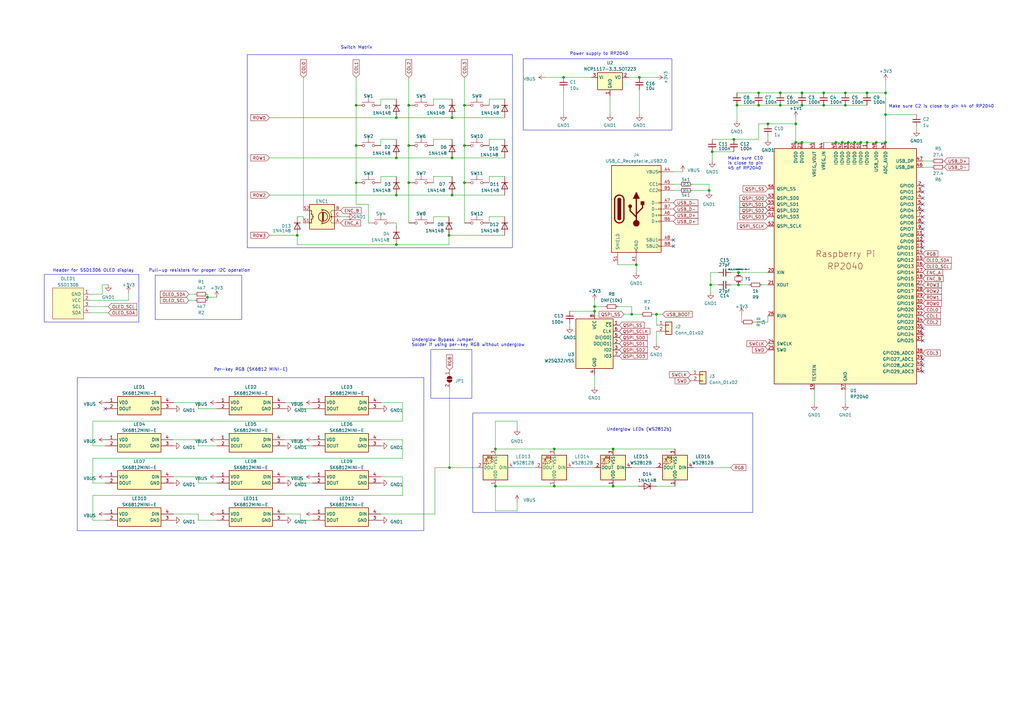
<source format=kicad_sch>
(kicad_sch (version 20230121) (generator eeschema)
  (paper "A3")
  (junction (at 243.84 127.635))
  (junction (at 290.83 78.105))
  (junction (at 342.9 58.42))
  (junction (at 231.14 31.75))
  (junction (at 121.92 96.52))
  (junction (at 355.6 58.42))
  (junction (at 328.93 43.18))
  (junction (at 259.08 128.905))
  (junction (at 314.96 50.8))
  (junction (at 251.46 199.39))
  (junction (at 146.05 59.69))
  (junction (at 190.5 59.69))
  (junction (at 185.42 48.26))
  (junction (at 167.64 43.18))
  (junction (at 260.985 108.585))
  (junction (at 185.42 80.01))
  (junction (at 346.71 38.1))
  (junction (at 243.84 125.73))
  (junction (at 203.2 184.15))
  (junction (at 203.2 199.39))
  (junction (at 363.22 38.1))
  (junction (at 190.5 43.18))
  (junction (at 185.42 64.77))
  (junction (at 184.15 96.52))
  (junction (at 347.98 58.42))
  (junction (at 359.41 58.42))
  (junction (at 363.22 58.42))
  (junction (at 355.6 38.1))
  (junction (at 337.82 43.18))
  (junction (at 184.3646 191.77))
  (junction (at 326.39 58.42))
  (junction (at 146.05 43.18))
  (junction (at 350.52 58.42))
  (junction (at 328.93 38.1))
  (junction (at 302.26 43.18))
  (junction (at 291.465 116.84))
  (junction (at 227.33 199.39))
  (junction (at 162.56 48.26))
  (junction (at 227.33 184.15))
  (junction (at 269.24 128.905))
  (junction (at 302.895 116.84))
  (junction (at 346.71 43.18))
  (junction (at 311.15 38.1))
  (junction (at 162.56 64.77))
  (junction (at 337.82 38.1))
  (junction (at 146.05 74.93))
  (junction (at 167.64 74.93))
  (junction (at 363.22 46.99))
  (junction (at 190.5 74.93))
  (junction (at 162.56 80.01))
  (junction (at 300.99 57.15))
  (junction (at 85.09 121.92))
  (junction (at 167.64 59.69))
  (junction (at 311.15 43.18))
  (junction (at 320.04 43.18))
  (junction (at 262.255 31.75))
  (junction (at 328.93 58.42))
  (junction (at 353.06 58.42))
  (junction (at 345.44 58.42))
  (junction (at 326.39 50.8))
  (junction (at 251.46 184.15))
  (junction (at 292.1 62.23))
  (junction (at 320.04 38.1))
  (junction (at 162.56 100.33))
  (junction (at 302.895 111.76))
  (no_connect (at 378.46 152.4))
  (no_connect (at 378.46 93.98))
  (no_connect (at 378.46 134.62))
  (no_connect (at 378.46 139.7))
  (no_connect (at 378.46 99.06))
  (no_connect (at 378.46 86.36))
  (no_connect (at 378.46 101.6))
  (no_connect (at 378.46 147.32))
  (no_connect (at 378.46 88.9))
  (no_connect (at 378.46 81.28))
  (no_connect (at 378.46 149.86))
  (no_connect (at 276.225 98.425))
  (no_connect (at 378.46 83.82))
  (no_connect (at 378.46 137.16))
  (no_connect (at 378.46 96.52))
  (no_connect (at 378.46 76.2))
  (no_connect (at 378.46 91.44))
  (no_connect (at 276.225 100.965))
  (no_connect (at 43.18 167.64))
  (no_connect (at 378.46 78.74))
  (wire (pts (xy 200.66 72.39) (xy 207.01 72.39)))
  (wire (pts (xy 36.83 125.73) (xy 44.45 125.73)))
  (wire (pts (xy 251.46 199.39) (xy 261.62 199.39)))
  (wire (pts (xy 337.82 43.18) (xy 346.71 43.18)))
  (wire (pts (xy 85.09 121.92) (xy 88.9 121.92)))
  (wire (pts (xy 190.5 59.69) (xy 190.5 74.93)))
  (wire (pts (xy 41.91 116.84) (xy 41.91 120.65)))
  (wire (pts (xy 267.97 128.905) (xy 269.24 128.905)))
  (wire (pts (xy 311.15 38.1) (xy 320.04 38.1)))
  (wire (pts (xy 210.82 191.77) (xy 219.71 191.77)))
  (wire (pts (xy 259.08 191.77) (xy 269.24 191.77)))
  (wire (pts (xy 81.28 165.1) (xy 71.12 165.1)))
  (wire (pts (xy 161.29 91.44) (xy 162.56 91.44)))
  (wire (pts (xy 255.905 128.905) (xy 259.08 128.905)))
  (wire (pts (xy 167.64 43.18) (xy 167.64 59.69)))
  (wire (pts (xy 309.245 132.08) (xy 314.96 132.08)))
  (wire (pts (xy 243.84 127.635) (xy 243.84 128.27)))
  (wire (pts (xy 346.71 43.18) (xy 355.6 43.18)))
  (wire (pts (xy 110.49 64.77) (xy 162.56 64.77)))
  (wire (pts (xy 156.21 195.58) (xy 165.1 195.58)))
  (wire (pts (xy 346.71 165.735) (xy 346.71 160.02)))
  (wire (pts (xy 177.8 74.93) (xy 177.8 72.39)))
  (wire (pts (xy 359.41 58.42) (xy 363.22 58.42)))
  (wire (pts (xy 346.71 38.1) (xy 355.6 38.1)))
  (wire (pts (xy 203.2 184.15) (xy 227.33 184.15)))
  (wire (pts (xy 253.365 125.73) (xy 259.08 125.73)))
  (wire (pts (xy 269.24 128.905) (xy 271.78 128.905)))
  (wire (pts (xy 345.44 58.42) (xy 347.98 58.42)))
  (wire (pts (xy 363.22 46.99) (xy 363.22 58.42)))
  (wire (pts (xy 207.01 88.9) (xy 200.66 88.9)))
  (wire (pts (xy 212.09 172.72) (xy 203.2 172.72)))
  (wire (pts (xy 184.3646 190.5) (xy 184.3698 190.5)))
  (wire (pts (xy 123.19 210.82) (xy 123.19 213.36)))
  (wire (pts (xy 328.93 58.42) (xy 334.01 58.42)))
  (wire (pts (xy 320.04 38.1) (xy 328.93 38.1)))
  (wire (pts (xy 203.2 172.72) (xy 203.2 184.15)))
  (wire (pts (xy 110.49 96.52) (xy 121.92 96.52)))
  (wire (pts (xy 291.465 116.84) (xy 291.465 120.015)))
  (wire (pts (xy 81.28 198.12) (xy 88.9 198.12)))
  (wire (pts (xy 81.28 180.34) (xy 81.28 182.88)))
  (wire (pts (xy 292.1 62.23) (xy 300.99 62.23)))
  (wire (pts (xy 223.52 31.75) (xy 231.14 31.75)))
  (wire (pts (xy 38.1 203.2) (xy 165.1 203.2)))
  (wire (pts (xy 251.46 184.15) (xy 276.86 184.15)))
  (wire (pts (xy 177.8 57.15) (xy 177.8 59.69)))
  (wire (pts (xy 121.92 100.33) (xy 121.92 96.52)))
  (wire (pts (xy 71.12 210.82) (xy 81.28 210.82)))
  (wire (pts (xy 234.95 191.77) (xy 243.84 191.77)))
  (wire (pts (xy 378.46 68.58) (xy 382.27 68.58)))
  (wire (pts (xy 178.3849 210.82) (xy 156.21 210.82)))
  (wire (pts (xy 269.24 199.39) (xy 276.86 199.39)))
  (wire (pts (xy 243.84 125.73) (xy 248.285 125.73)))
  (wire (pts (xy 85.09 120.65) (xy 85.09 121.92)))
  (wire (pts (xy 259.08 125.73) (xy 259.08 128.905)))
  (wire (pts (xy 88.9 167.64) (xy 81.28 167.64)))
  (wire (pts (xy 124.46 31.75) (xy 124.46 86.36)))
  (wire (pts (xy 123.19 198.12) (xy 128.27 198.12)))
  (wire (pts (xy 123.19 167.64) (xy 123.19 165.1)))
  (wire (pts (xy 156.21 165.1) (xy 165.1 165.1)))
  (wire (pts (xy 283.845 78.105) (xy 290.83 78.105)))
  (wire (pts (xy 302.26 38.1) (xy 311.15 38.1)))
  (wire (pts (xy 243.84 125.73) (xy 243.84 127.635)))
  (wire (pts (xy 320.04 43.18) (xy 328.93 43.18)))
  (wire (pts (xy 85.09 121.92) (xy 85.09 123.19)))
  (wire (pts (xy 363.22 46.99) (xy 375.92 46.99)))
  (wire (pts (xy 123.19 165.1) (xy 116.84 165.1)))
  (wire (pts (xy 184.3646 191.77) (xy 195.58 191.77)))
  (wire (pts (xy 146.05 31.75) (xy 146.05 43.18)))
  (wire (pts (xy 116.84 210.82) (xy 123.19 210.82)))
  (wire (pts (xy 162.56 80.01) (xy 185.42 80.01)))
  (wire (pts (xy 110.49 48.26) (xy 162.56 48.26)))
  (wire (pts (xy 291.465 111.76) (xy 291.465 116.84)))
  (wire (pts (xy 38.1 187.96) (xy 38.1 198.12)))
  (wire (pts (xy 178.3849 191.77) (xy 184.3646 191.77)))
  (wire (pts (xy 337.82 38.1) (xy 346.71 38.1)))
  (wire (pts (xy 276.225 75.565) (xy 278.765 75.565)))
  (wire (pts (xy 124.46 88.9) (xy 124.46 91.44)))
  (wire (pts (xy 167.64 74.93) (xy 167.64 91.44)))
  (wire (pts (xy 190.5 31.75) (xy 190.5 43.18)))
  (wire (pts (xy 250.19 39.37) (xy 250.19 46.99)))
  (wire (pts (xy 38.1 172.72) (xy 165.1 172.72)))
  (wire (pts (xy 52.705 120.015) (xy 52.705 123.19)))
  (wire (pts (xy 151.13 83.82) (xy 151.13 91.44)))
  (wire (pts (xy 299.72 191.77) (xy 284.48 191.77)))
  (wire (pts (xy 71.12 180.34) (xy 81.28 180.34)))
  (wire (pts (xy 355.6 58.42) (xy 359.41 58.42)))
  (wire (pts (xy 314.96 50.8) (xy 326.39 50.8)))
  (wire (pts (xy 280.035 70.485) (xy 276.225 70.485)))
  (wire (pts (xy 299.72 116.84) (xy 302.895 116.84)))
  (wire (pts (xy 165.1 180.34) (xy 165.1 187.96)))
  (wire (pts (xy 294.64 116.84) (xy 291.465 116.84)))
  (wire (pts (xy 227.33 184.15) (xy 251.46 184.15)))
  (wire (pts (xy 162.56 57.15) (xy 156.21 57.15)))
  (wire (pts (xy 190.5 74.93) (xy 190.5 91.44)))
  (wire (pts (xy 165.1 172.72) (xy 165.1 165.1)))
  (wire (pts (xy 328.93 43.18) (xy 337.82 43.18)))
  (wire (pts (xy 243.84 123.19) (xy 243.84 125.73)))
  (wire (pts (xy 162.56 64.77) (xy 185.42 64.77)))
  (wire (pts (xy 314.96 50.8) (xy 311.15 50.8)))
  (wire (pts (xy 302.895 111.76) (xy 314.96 111.76)))
  (wire (pts (xy 156.21 180.34) (xy 165.1 180.34)))
  (wire (pts (xy 283.845 75.565) (xy 290.83 75.565)))
  (wire (pts (xy 165.1 187.96) (xy 38.1 187.96)))
  (wire (pts (xy 162.56 91.44) (xy 162.56 92.71)))
  (wire (pts (xy 262.255 36.83) (xy 262.255 46.99)))
  (wire (pts (xy 36.83 128.27) (xy 44.45 128.27)))
  (wire (pts (xy 200.66 74.93) (xy 200.66 72.39)))
  (wire (pts (xy 302.26 43.18) (xy 311.15 43.18)))
  (wire (pts (xy 38.1 182.88) (xy 38.1 172.72)))
  (wire (pts (xy 124.46 88.9) (xy 121.92 88.9)))
  (wire (pts (xy 156.21 40.64) (xy 156.21 43.18)))
  (wire (pts (xy 146.05 43.18) (xy 146.05 59.69)))
  (wire (pts (xy 200.66 40.64) (xy 200.66 43.18)))
  (wire (pts (xy 167.64 31.75) (xy 167.64 43.18)))
  (wire (pts (xy 116.84 180.34) (xy 123.19 180.34)))
  (wire (pts (xy 290.83 75.565) (xy 290.83 78.105)))
  (wire (pts (xy 116.84 195.58) (xy 123.19 195.58)))
  (wire (pts (xy 314.96 55.88) (xy 314.96 57.15)))
  (wire (pts (xy 38.1 198.12) (xy 43.18 198.12)))
  (wire (pts (xy 184.15 100.33) (xy 162.56 100.33)))
  (wire (pts (xy 165.1 203.2) (xy 165.1 195.58)))
  (wire (pts (xy 207.01 57.15) (xy 200.66 57.15)))
  (wire (pts (xy 253.365 108.585) (xy 260.985 108.585)))
  (wire (pts (xy 328.93 38.1) (xy 337.82 38.1)))
  (wire (pts (xy 299.72 111.76) (xy 302.895 111.76)))
  (wire (pts (xy 375.92 53.34) (xy 375.92 52.07)))
  (wire (pts (xy 81.28 213.36) (xy 88.9 213.36)))
  (wire (pts (xy 207.01 40.64) (xy 200.66 40.64)))
  (wire (pts (xy 259.08 128.905) (xy 262.89 128.905)))
  (wire (pts (xy 184.15 96.52) (xy 184.15 100.33)))
  (wire (pts (xy 227.33 199.39) (xy 251.46 199.39)))
  (wire (pts (xy 184.3698 190.5) (xy 184.3698 159.3667)))
  (wire (pts (xy 200.66 57.15) (xy 200.66 59.69)))
  (wire (pts (xy 185.42 40.64) (xy 177.8 40.64)))
  (wire (pts (xy 257.81 31.75) (xy 262.255 31.75)))
  (wire (pts (xy 71.12 195.58) (xy 81.28 195.58)))
  (wire (pts (xy 185.42 48.26) (xy 207.01 48.26)))
  (wire (pts (xy 123.19 182.88) (xy 128.27 182.88)))
  (wire (pts (xy 212.09 209.55) (xy 212.09 205.74)))
  (wire (pts (xy 38.1 213.36) (xy 38.1 203.2)))
  (wire (pts (xy 146.05 83.82) (xy 146.05 74.93)))
  (wire (pts (xy 326.39 50.8) (xy 326.39 58.42)))
  (wire (pts (xy 334.01 165.735) (xy 334.01 160.02)))
  (wire (pts (xy 302.895 116.84) (xy 307.34 116.84)))
  (wire (pts (xy 77.47 120.65) (xy 80.01 120.65)))
  (wire (pts (xy 326.39 58.42) (xy 328.93 58.42)))
  (wire (pts (xy 302.26 43.18) (xy 302.26 49.53)))
  (wire (pts (xy 292.1 57.15) (xy 300.99 57.15)))
  (wire (pts (xy 184.15 96.52) (xy 207.01 96.52)))
  (wire (pts (xy 290.83 78.105) (xy 290.83 78.74)))
  (wire (pts (xy 203.2 199.39) (xy 227.33 199.39)))
  (wire (pts (xy 156.21 72.39) (xy 162.56 72.39)))
  (wire (pts (xy 304.165 128.905) (xy 304.165 132.08)))
  (wire (pts (xy 52.705 123.19) (xy 36.83 123.19)))
  (wire (pts (xy 262.255 31.75) (xy 269.24 31.75)))
  (wire (pts (xy 184.3646 190.5) (xy 184.3646 191.77)))
  (wire (pts (xy 123.19 213.36) (xy 128.27 213.36)))
  (wire (pts (xy 177.8 88.9) (xy 177.8 91.44)))
  (wire (pts (xy 276.225 78.105) (xy 278.765 78.105)))
  (wire (pts (xy 43.18 213.36) (xy 38.1 213.36)))
  (wire (pts (xy 314.96 132.08) (xy 314.96 129.54)))
  (wire (pts (xy 231.14 36.83) (xy 231.14 46.99)))
  (wire (pts (xy 347.98 58.42) (xy 350.52 58.42)))
  (wire (pts (xy 203.2 209.55) (xy 212.09 209.55)))
  (wire (pts (xy 81.28 167.64) (xy 81.28 165.1)))
  (wire (pts (xy 77.47 123.19) (xy 80.01 123.19)))
  (wire (pts (xy 378.46 66.04) (xy 382.27 66.04)))
  (wire (pts (xy 353.06 58.42) (xy 355.6 58.42)))
  (wire (pts (xy 123.19 195.58) (xy 123.19 198.12)))
  (wire (pts (xy 243.84 153.67) (xy 243.84 158.75)))
  (wire (pts (xy 178.3849 191.77) (xy 178.3849 210.82)))
  (wire (pts (xy 184.15 88.9) (xy 177.8 88.9)))
  (wire (pts (xy 185.42 64.77) (xy 207.01 64.77)))
  (wire (pts (xy 177.8 40.64) (xy 177.8 43.18)))
  (wire (pts (xy 200.66 88.9) (xy 200.66 91.44)))
  (wire (pts (xy 326.39 48.26) (xy 326.39 50.8)))
  (wire (pts (xy 139.7 88.9) (xy 142.24 88.9)))
  (wire (pts (xy 41.91 116.84) (xy 44.45 116.84)))
  (wire (pts (xy 123.19 180.34) (xy 123.19 182.88)))
  (wire (pts (xy 128.27 167.64) (xy 123.19 167.64)))
  (wire (pts (xy 350.52 58.42) (xy 353.06 58.42)))
  (wire (pts (xy 311.15 50.8) (xy 311.15 57.15)))
  (wire (pts (xy 292.1 62.23) (xy 292.1 66.04)))
  (wire (pts (xy 146.05 59.69) (xy 146.05 74.93)))
  (wire (pts (xy 243.84 127.635) (xy 233.68 127.635)))
  (wire (pts (xy 311.15 57.15) (xy 300.99 57.15)))
  (wire (pts (xy 260.985 111.76) (xy 260.985 108.585)))
  (wire (pts (xy 43.18 182.88) (xy 38.1 182.88)))
  (wire (pts (xy 312.42 116.84) (xy 314.96 116.84)))
  (wire (pts (xy 233.68 133.985) (xy 233.68 132.715)))
  (wire (pts (xy 81.28 182.88) (xy 88.9 182.88)))
  (wire (pts (xy 337.82 58.42) (xy 342.9 58.42)))
  (wire (pts (xy 294.64 111.76) (xy 291.465 111.76)))
  (wire (pts (xy 81.28 195.58) (xy 81.28 198.12)))
  (wire (pts (xy 41.91 120.65) (xy 36.83 120.65)))
  (wire (pts (xy 355.6 38.1) (xy 363.22 38.1)))
  (wire (pts (xy 203.2 199.39) (xy 203.2 209.55)))
  (wire (pts (xy 156.21 57.15) (xy 156.21 59.69)))
  (wire (pts (xy 162.56 100.33) (xy 121.92 100.33)))
  (wire (pts (xy 151.13 83.82) (xy 146.05 83.82)))
  (wire (pts (xy 110.49 80.01) (xy 162.56 80.01)))
  (wire (pts (xy 212.09 175.895) (xy 212.09 172.72)))
  (wire (pts (xy 185.42 57.15) (xy 177.8 57.15)))
  (wire (pts (xy 342.9 58.42) (xy 345.44 58.42)))
  (wire (pts (xy 311.15 43.18) (xy 320.04 43.18)))
  (wire (pts (xy 167.64 59.69) (xy 167.64 74.93)))
  (wire (pts (xy 363.22 38.1) (xy 363.22 46.99)))
  (wire (pts (xy 269.24 128.905) (xy 269.24 133.35)))
  (wire (pts (xy 156.21 74.93) (xy 156.21 72.39)))
  (wire (pts (xy 231.14 31.75) (xy 242.57 31.75)))
  (wire (pts (xy 177.8 72.39) (xy 185.42 72.39)))
  (wire (pts (xy 269.24 135.89) (xy 269.24 140.97)))
  (wire (pts (xy 363.22 33.02) (xy 363.22 38.1)))
  (wire (pts (xy 190.5 43.18) (xy 190.5 59.69)))
  (wire (pts (xy 162.56 48.26) (xy 185.42 48.26)))
  (wire (pts (xy 81.28 210.82) (xy 81.28 213.36)))
  (wire (pts (xy 162.56 40.64) (xy 156.21 40.64)))
  (wire (pts (xy 185.42 80.01) (xy 207.01 80.01)))
  (rectangle (start 101.4302 22.3941) (end 210.1935 101.6196))
  (rectangle (start 193.9234 169.385) (end 308.7747 210.1985))
  (rectangle (start 18.1125 112.566) (end 56.9653 132.0876))
  (rectangle (start 31.6812 154.881) (end 173.854 217.6192))
  (rectangle (start 214.63 24.13) (end 275.59 53.34))
  (rectangle (start 63.6313 112.8517) (end 99.1511 131.0401))
  (rectangle (start 176.714 143.3324) (end 193.5503 163.3099))
  (text "Switch Matrix\n" (at 139.7 20.32 0) (effects (font (size 1.27 1.27)) (justify left bottom)))
  (text "Per-key RGB (SK6812 MINI-E)" (at 87.63 152.4 0) (effects (font (size 1.27 1.27)) (justify left bottom)))
  (text "Underglow LEDs (WS2812b)" (at 248.735 176.9743 0) (effects (font (size 1.27 1.27)) (justify left bottom)))
  (text "Pull-up resistors for proper I2C operation" (at 60.96 111.76 0) (effects (font (size 1.27 1.27)) (justify left bottom)))
  (text "Make sure C10\nis close to pin\n45 of RP2040" (at 298.45 69.85 0) (effects (font (size 1.27 1.27)) (justify left bottom)))
  (text "Underglow Bypass Jumper\nSolder if using per-key RGB without underglow" (at 168.7962 142.2924 0) (effects (font (size 1.27 1.27)) (justify left bottom)))
  (text "Make sure C2 is close to pin 44 of RP2040" (at 364.49 44.45 0) (effects (font (size 1.27 1.27)) (justify left bottom)))
  (text "Header for SSD1306 OLED display" (at 21.59 111.76 0) (effects (font (size 1.27 1.27)) (justify left bottom)))
  (text "Power supply to RP2040\n" (at 233.68 22.86 0) (effects (font (size 1.27 1.27)) (justify left bottom)))
  (global_label "COL1" (shape input) (at 146.05 31.75 90) (property "Intersheetrefs" "${INTERSHEET_REFS}" (effects hide)))
  (global_label "ENC_A" (shape input) (at 378.46 111.76 0) (property "Intersheetrefs" "${INTERSHEET_REFS}" (effects hide)))
  (global_label "QSPI_SD3" (shape input) (at 314.96 88.9 180) (property "Intersheetrefs" "${INTERSHEET_REFS}" (effects hide)))
  (global_label "COL2" (shape input) (at 378.46 132.08 0) (property "Intersheetrefs" "${INTERSHEET_REFS}" (effects hide)))
  (global_label "QSPI_SD2" (shape input) (at 314.96 86.36 180) (property "Intersheetrefs" "${INTERSHEET_REFS}" (effects hide)))
  (global_label "USB_D+" (shape input) (at 387.35 66.04 0) (property "Intersheetrefs" "${INTERSHEET_REFS}" (effects hide)))
  (global_label "QSPI_SCLK" (shape input) (at 314.96 92.71 180) (property "Intersheetrefs" "${INTERSHEET_REFS}" (effects hide)))
  (global_label "USB_D-" (shape input) (at 276.225 83.185 0) (property "Intersheetrefs" "${INTERSHEET_REFS}" (effects hide)))
  (global_label "ROW2" (shape input) (at 378.46 119.38 0) (property "Intersheetrefs" "${INTERSHEET_REFS}" (effects hide)))
  (global_label "COL3" (shape input) (at 190.5 31.75 90) (property "Intersheetrefs" "${INTERSHEET_REFS}" (effects hide)))
  (global_label "RGB" (shape input) (at 184.3698 151.7467 90) (property "Intersheetrefs" "${INTERSHEET_REFS}" (effects hide)))
  (global_label "ENC_A" (shape input) (at 139.7 91.44 0) (property "Intersheetrefs" "${INTERSHEET_REFS}" (effects hide)))
  (global_label "QSPI_SS" (shape input) (at 314.96 77.47 180) (property "Intersheetrefs" "${INTERSHEET_REFS}" (effects hide)))
  (global_label "USB_D+" (shape input) (at 276.225 88.265 0) (property "Intersheetrefs" "${INTERSHEET_REFS}" (effects hide)))
  (global_label "ENC_B" (shape input) (at 139.7 86.36 0) (property "Intersheetrefs" "${INTERSHEET_REFS}" (effects hide)))
  (global_label "COL0" (shape input) (at 378.46 127 0) (property "Intersheetrefs" "${INTERSHEET_REFS}" (effects hide)))
  (global_label "QSPI_SD2" (shape input) (at 254 143.51 0) (property "Intersheetrefs" "${INTERSHEET_REFS}" (effects hide)))
  (global_label "ROW1" (shape input) (at 378.46 121.92 0) (property "Intersheetrefs" "${INTERSHEET_REFS}" (effects hide)))
  (global_label "SWD" (shape input) (at 314.96 143.51 180) (property "Intersheetrefs" "${INTERSHEET_REFS}" (effects hide)))
  (global_label "SWD" (shape input) (at 283.21 156.21 180) (property "Intersheetrefs" "${INTERSHEET_REFS}" (effects hide)))
  (global_label "QSPI_SS" (shape input) (at 254 133.35 0) (property "Intersheetrefs" "${INTERSHEET_REFS}" (effects hide)))
  (global_label "OLED_SCL" (shape input) (at 44.45 125.73 0) (property "Intersheetrefs" "${INTERSHEET_REFS}" (effects hide)))
  (global_label "ROW0" (shape input) (at 378.46 124.46 0) (property "Intersheetrefs" "${INTERSHEET_REFS}" (effects hide)))
  (global_label "COL0" (shape input) (at 124.46 31.75 90) (property "Intersheetrefs" "${INTERSHEET_REFS}" (effects hide)))
  (global_label "QSPI_SD1" (shape input) (at 254 140.97 0) (property "Intersheetrefs" "${INTERSHEET_REFS}" (effects hide)))
  (global_label "QSPI_SD0" (shape input) (at 314.96 81.28 180) (property "Intersheetrefs" "${INTERSHEET_REFS}" (effects hide)))
  (global_label "RGB" (shape input) (at 299.72 191.77 0) (property "Intersheetrefs" "${INTERSHEET_REFS}" (effects hide)))
  (global_label "OLED_SDA" (shape input) (at 378.46 106.68 0) (property "Intersheetrefs" "${INTERSHEET_REFS}" (effects hide)))
  (global_label "ENC_B" (shape input) (at 378.46 114.3 0) (property "Intersheetrefs" "${INTERSHEET_REFS}" (effects hide)))
  (global_label "ROW2" (shape input) (at 110.49 80.01 180) (property "Intersheetrefs" "${INTERSHEET_REFS}" (effects hide)))
  (global_label "QSPI_SCLK" (shape input) (at 254 135.89 0) (property "Intersheetrefs" "${INTERSHEET_REFS}" (effects hide)))
  (global_label "SWCLK" (shape input) (at 314.96 140.97 180) (property "Intersheetrefs" "${INTERSHEET_REFS}" (effects hide)))
  (global_label "OLED_SCL" (shape input) (at 77.47 123.19 180) (property "Intersheetrefs" "${INTERSHEET_REFS}" (effects hide)))
  (global_label "OLED_SDA" (shape input) (at 44.45 128.27 0) (property "Intersheetrefs" "${INTERSHEET_REFS}" (effects hide)))
  (global_label "COL3" (shape input) (at 378.46 144.78 0) (property "Intersheetrefs" "${INTERSHEET_REFS}" (effects hide)))
  (global_label "QSPI_SS" (shape input) (at 255.905 128.905 180) (property "Intersheetrefs" "${INTERSHEET_REFS}" (effects hide)))
  (global_label "RGB" (shape input) (at 378.46 104.14 0) (property "Intersheetrefs" "${INTERSHEET_REFS}" (effects hide)))
  (global_label "QSPI_SD1" (shape input) (at 314.96 83.82 180) (property "Intersheetrefs" "${INTERSHEET_REFS}" (effects hide)))
  (global_label "COL2" (shape input) (at 167.64 31.75 90) (property "Intersheetrefs" "${INTERSHEET_REFS}" (effects hide)))
  (global_label "USB_D-" (shape input) (at 276.225 85.725 0) (property "Intersheetrefs" "${INTERSHEET_REFS}" (effects hide)))
  (global_label "ROW1" (shape input) (at 110.49 64.77 180) (property "Intersheetrefs" "${INTERSHEET_REFS}" (effects hide)))
  (global_label "ROW0" (shape input) (at 110.49 48.26 180) (property "Intersheetrefs" "${INTERSHEET_REFS}" (effects hide)))
  (global_label "ROW3" (shape input) (at 110.49 96.52 180) (property "Intersheetrefs" "${INTERSHEET_REFS}" (effects hide)))
  (global_label "SWCLK" (shape input) (at 283.21 153.67 180) (property "Intersheetrefs" "${INTERSHEET_REFS}" (effects hide)))
  (global_label "OLED_SDA" (shape input) (at 77.47 120.65 180) (property "Intersheetrefs" "${INTERSHEET_REFS}" (effects hide)))
  (global_label "COL1" (shape input) (at 378.46 129.54 0) (property "Intersheetrefs" "${INTERSHEET_REFS}" (effects hide)))
  (global_label "USB_D-" (shape input) (at 387.35 68.58 0) (property "Intersheetrefs" "${INTERSHEET_REFS}" (effects hide)))
  (global_label "ROW3" (shape input) (at 378.46 116.84 0) (property "Intersheetrefs" "${INTERSHEET_REFS}" (effects hide)))
  (global_label "USB_BOOT" (shape input) (at 271.78 128.905 0) (property "Intersheetrefs" "${INTERSHEET_REFS}" (effects hide)))
  (global_label "USB_D+" (shape input) (at 276.225 90.805 0) (property "Intersheetrefs" "${INTERSHEET_REFS}" (effects hide)))
  (global_label "OLED_SCL" (shape input) (at 378.46 109.22 0) (property "Intersheetrefs" "${INTERSHEET_REFS}" (effects hide)))
  (global_label "QSPI_SD3" (shape input) (at 254 146.05 0) (property "Intersheetrefs" "${INTERSHEET_REFS}" (effects hide)))
  (global_label "QSPI_SD0" (shape input) (at 254 138.43 0) (property "Intersheetrefs" "${INTERSHEET_REFS}" (effects hide)))
  (symbol (lib_id "power:+1V1") (at 326.39 48.26 0) (unit 1)
    (property "Reference" "#PWR015" (effects hide))
    (property "Value" "+1V1" (at 326.39 44.45 0))
  )
  (symbol (lib_id "LED:WS2812B") (at 251.46 191.77 180) (unit 1)
    (property "Reference" "LED15" (at 262.89 187.2741 0))
    (property "Value" "WS2812B" (at 262.89 189.8141 0))
    (property "Footprint" "Keebio-Parts:WS2812B" (effects hide))
    (property "Datasheet" "https://cdn-shop.adafruit.com/datasheets/WS2812B.pdf" (effects hide))
  )
  (symbol (lib_id "power:VBUS") (at 280.035 70.485 0) (unit 1)
    (property "Reference" "#PWR010" (effects hide))
    (property "Value" "VBUS" (at 281.94 69.85 0) (effects (justify left)))
  )
  (symbol (lib_id "Diode:1N4148") (at 207.01 60.96 90) (mirror x) (unit 1)
    (property "Reference" "D10" (at 204.47 60.96 90) (effects (justify left)))
    (property "Value" "1N4148" (at 204.47 63.5 90) (effects (justify left)))
    (property "Footprint" "Keebio-Parts:Diode-Hybrid-Back" (effects hide))
    (property "Datasheet" "https://assets.nexperia.com/documents/data-sheet/1N4148_1N4448.pdf" (effects hide))
    (property "Sim.Device" "D" (effects hide))
    (property "Sim.Pins" "1=K 2=A" (effects hide))
  )
  (symbol (lib_id "power:VBUS") (at 43.18 165.1 90) (unit 1)
    (property "Reference" "#PWR031" (effects hide))
    (property "Value" "VBUS" (at 39.37 165.735 90) (effects (justify left)))
  )
  (symbol (lib_id "SK6812MINI-E:SK6812MINI-E") (at 88.9 165.1 0) (unit 1)
    (property "Reference" "LED2" (at 102.87 158.75 0))
    (property "Value" "SK6812MINI-E" (at 102.87 161.29 0))
    (property "Footprint" "Keebio-Parts:SK6812-MINI-E" (effects hide))
    (property "Datasheet" "http://yushakobo.jp/ds/YS-SK6812MINI-E.pdf" (effects hide))
    (property "Height" "1.88" (effects hide))
    (property "Manufacturer_Name" "Yellow Stone Corp." (effects hide))
    (property "Manufacturer_Part_Number" "SK6812MINI-E" (effects hide))
  )
  (symbol (lib_id "power:GND1") (at 116.84 213.36 90) (unit 1)
    (property "Reference" "#PWR049" (effects hide))
    (property "Value" "GND1" (at 120.65 213.995 90) (effects (justify right)))
  )
  (symbol (lib_id "power:GND1") (at 231.14 46.99 0) (unit 1)
    (property "Reference" "#PWR043" (effects hide))
    (property "Value" "GND1" (at 231.14 51.435 0))
  )
  (symbol (lib_id "power:GND1") (at 71.12 182.88 90) (unit 1)
    (property "Reference" "#PWR046" (effects hide))
    (property "Value" "GND1" (at 74.93 183.515 90) (effects (justify right)))
  )
  (symbol (lib_id "power:VBUS") (at 43.18 195.58 90) (unit 1)
    (property "Reference" "#PWR029" (effects hide))
    (property "Value" "VBUS" (at 39.37 196.215 90) (effects (justify left)))
  )
  (symbol (lib_id "Device:R_Small") (at 281.305 75.565 90) (unit 1)
    (property "Reference" "R3" (at 281.305 75.565 90))
    (property "Value" "5k1" (at 281.305 73.66 90))
    (property "Footprint" "Resistor_SMD:R_0805_2012Metric" (effects hide))
  )
  (symbol (lib_id "power:GND1") (at 116.84 198.12 90) (unit 1)
    (property "Reference" "#PWR07" (effects hide))
    (property "Value" "GND1" (at 120.65 198.755 90) (effects (justify right)))
  )
  (symbol (lib_id "power:GND1") (at 156.21 198.12 90) (unit 1)
    (property "Reference" "#PWR051" (effects hide))
    (property "Value" "GND1" (at 160.02 198.755 90) (effects (justify right)))
  )
  (symbol (lib_id "power:+3V3") (at 52.705 120.015 0) (unit 1)
    (property "Reference" "#PWR06" (effects hide))
    (property "Value" "+3V3" (at 52.705 116.84 0))
  )
  (symbol (lib_id "Device:C_Small") (at 297.18 116.84 90) (mirror x) (unit 1)
    (property "Reference" "C14" (at 297.18 121.285 90))
    (property "Value" "27pF" (at 297.18 119.38 90))
    (property "Footprint" "Capacitor_SMD:C_0402_1005Metric" (effects hide))
  )
  (symbol (lib_id "power:GND1") (at 346.71 165.735 0) (unit 1)
    (property "Reference" "#PWR023" (effects hide))
    (property "Value" "GND1" (at 346.71 170.18 0))
  )
  (symbol (lib_id "power:GND1") (at 243.84 158.75 0) (unit 1)
    (property "Reference" "#PWR019" (effects hide))
    (property "Value" "GND1" (at 243.84 163.195 0))
  )
  (symbol (lib_id "power:VBUS") (at 128.27 180.34 90) (unit 1)
    (property "Reference" "#PWR034" (effects hide))
    (property "Value" "VBUS" (at 124.46 180.975 90) (effects (justify left)))
  )
  (symbol (lib_id "Device:C_Small") (at 297.18 111.76 90) (mirror x) (unit 1)
    (property "Reference" "C15" (at 297.18 106.68 90))
    (property "Value" "27pF" (at 297.18 108.585 90))
    (property "Footprint" "Capacitor_SMD:C_0402_1005Metric" (effects hide))
  )
  (symbol (lib_id "Switch:SW_Push") (at 151.13 43.18 0) (unit 1)
    (property "Reference" "SW1" (at 151.13 39.37 0))
    (property "Value" "SW_Push" (effects hide))
    (property "Footprint" "MX_Hotswap:MX-Hotswap-1U" (effects hide))
  )
  (symbol (lib_id "power:VBUS") (at 128.27 195.58 90) (unit 1)
    (property "Reference" "#PWR037" (effects hide))
    (property "Value" "VBUS" (at 124.46 196.215 90) (effects (justify left)))
  )
  (symbol (lib_id "power:GND1") (at 302.26 49.53 0) (unit 1)
    (property "Reference" "#PWR014" (effects hide))
    (property "Value" "GND1" (at 302.26 53.975 0))
  )
  (symbol (lib_id "power:VBUS") (at 128.27 165.1 90) (unit 1)
    (property "Reference" "#PWR033" (effects hide))
    (property "Value" "VBUS" (at 124.46 165.735 90) (effects (justify left)))
  )
  (symbol (lib_id "Switch:SW_Push") (at 151.13 74.93 0) (unit 1)
    (property "Reference" "SW3" (at 151.13 71.12 0))
    (property "Value" "SW_Push" (effects hide))
    (property "Footprint" "MX_Hotswap:MX-Hotswap-1U" (effects hide))
  )
  (symbol (lib_id "Diode:1N4148") (at 162.56 96.52 90) (mirror x) (unit 1)
    (property "Reference" "D4" (at 159.8123 95.885 90) (effects (justify left)))
    (property "Value" "1N4148" (at 159.8123 98.425 90) (effects (justify left)))
    (property "Footprint" "Keebio-Parts:Diode-Hybrid-Back" (effects hide))
    (property "Datasheet" "https://assets.nexperia.com/documents/data-sheet/1N4148_1N4448.pdf" (effects hide))
    (property "Sim.Device" "D" (effects hide))
    (property "Sim.Pins" "1=K 2=A" (effects hide))
  )
  (symbol (lib_id "power:GND1") (at 156.21 213.36 90) (unit 1)
    (property "Reference" "#PWR050" (effects hide))
    (property "Value" "GND1" (at 160.02 213.995 90) (effects (justify right)))
  )
  (symbol (lib_id "power:GND1") (at 71.12 213.36 90) (unit 1)
    (property "Reference" "#PWR048" (effects hide))
    (property "Value" "GND1" (at 74.93 213.995 90) (effects (justify right)))
  )
  (symbol (lib_id "Diode:1N4148") (at 162.56 44.45 90) (mirror x) (unit 1)
    (property "Reference" "D1" (at 160.4394 43.815 90) (effects (justify left)))
    (property "Value" "1N4148" (at 160.4394 46.355 90) (effects (justify left)))
    (property "Footprint" "Keebio-Parts:Diode-Hybrid-Back" (effects hide))
    (property "Datasheet" "https://assets.nexperia.com/documents/data-sheet/1N4148_1N4448.pdf" (effects hide))
    (property "Sim.Device" "D" (effects hide))
    (property "Sim.Pins" "1=K 2=A" (effects hide))
  )
  (symbol (lib_id "power:+3V3") (at 243.84 123.19 0) (unit 1)
    (property "Reference" "#PWR018" (effects hide))
    (property "Value" "+3V3" (at 243.84 119.38 0))
  )
  (symbol (lib_id "Device:C_Small") (at 328.93 40.64 0) (unit 1)
    (property "Reference" "C3" (at 331.47 40.0113 0) (effects (justify left)))
    (property "Value" "100n" (at 331.47 41.91 0) (effects (justify left)))
    (property "Footprint" "Capacitor_SMD:C_0402_1005Metric" (effects hide))
  )
  (symbol (lib_id "Switch:SW_Push") (at 172.72 59.69 0) (unit 1)
    (property "Reference" "SW6" (at 172.72 55.88 0))
    (property "Value" "SW_Push" (effects hide))
    (property "Footprint" "MX_Hotswap:MX-Hotswap-1U" (effects hide))
  )
  (symbol (lib_id "Device:C_Small") (at 262.255 34.29 0) (unit 1)
    (property "Reference" "C16" (at 264.795 34.29 0) (effects (justify left)))
    (property "Value" "10u" (at 264.795 36.195 0) (effects (justify left)))
    (property "Footprint" "Capacitor_SMD:C_0805_2012Metric" (effects hide))
  )
  (symbol (lib_id "Switch:SW_Push") (at 172.72 43.18 0) (unit 1)
    (property "Reference" "SW5" (at 172.72 39.37 0))
    (property "Value" "SW_Push" (effects hide))
    (property "Footprint" "MX_Hotswap:MX-Hotswap-1U" (effects hide))
  )
  (symbol (lib_id "Switch:SW_Push") (at 151.13 59.69 0) (unit 1)
    (property "Reference" "SW2" (at 151.13 55.88 0))
    (property "Value" "SW_Push" (effects hide))
    (property "Footprint" "MX_Hotswap:MX-Hotswap-1U" (effects hide))
  )
  (symbol (lib_id "power:GND1") (at 292.1 66.04 0) (unit 1)
    (property "Reference" "#PWR017" (effects hide))
    (property "Value" "GND1" (at 292.1 70.485 0))
  )
  (symbol (lib_id "Device:C_Small") (at 292.1 59.69 0) (unit 1)
    (property "Reference" "C11" (at 294.64 59.0613 0) (effects (justify left)))
    (property "Value" "100n" (at 294.64 60.96 0) (effects (justify left)))
    (property "Footprint" "Capacitor_SMD:C_0402_1005Metric" (effects hide))
  )
  (symbol (lib_id "Device:R_Small") (at 384.81 68.58 90) (unit 1)
    (property "Reference" "R6" (at 384.81 73.66 90))
    (property "Value" "27.4" (at 384.81 71.12 90))
    (property "Footprint" "Resistor_SMD:R_0402_1005Metric" (effects hide))
  )
  (symbol (lib_id "power:+3V3") (at 304.165 128.905 0) (unit 1)
    (property "Reference" "#PWR038" (effects hide))
    (property "Value" "+3V3" (at 304.165 125.73 0))
  )
  (symbol (lib_id "Diode:1N4148") (at 184.15 92.71 90) (mirror x) (unit 1)
    (property "Reference" "D8" (at 182.0582 92.075 90) (effects (justify left)))
    (property "Value" "1N4148" (at 182.0582 94.615 90) (effects (justify left)))
    (property "Footprint" "Keebio-Parts:Diode-Hybrid-Back" (effects hide))
    (property "Datasheet" "https://assets.nexperia.com/documents/data-sheet/1N4148_1N4448.pdf" (effects hide))
    (property "Sim.Device" "D" (effects hide))
    (property "Sim.Pins" "1=K 2=A" (effects hide))
  )
  (symbol (lib_id "Switch:SW_Push") (at 156.21 91.44 0) (unit 1)
    (property "Reference" "SW4" (at 156.21 87.63 0))
    (property "Value" "SW_Push" (effects hide))
    (property "Footprint" "MX_Hotswap:MX-Hotswap-1U" (effects hide))
  )
  (symbol (lib_id "Diode:1N4148") (at 207.01 76.2 90) (mirror x) (unit 1)
    (property "Reference" "D11" (at 204.7894 75.565 90) (effects (justify left)))
    (property "Value" "1N4148" (at 204.7894 78.105 90) (effects (justify left)))
    (property "Footprint" "Keebio-Parts:Diode-Hybrid-Back" (effects hide))
    (property "Datasheet" "https://assets.nexperia.com/documents/data-sheet/1N4148_1N4448.pdf" (effects hide))
    (property "Sim.Device" "D" (effects hide))
    (property "Sim.Pins" "1=K 2=A" (effects hide))
  )
  (symbol (lib_id "power:GND1") (at 142.24 88.9 90) (unit 1)
    (property "Reference" "#PWR011" (effects hide))
    (property "Value" "GND1" (at 144.78 88.9 90) (effects (justify right)))
  )
  (symbol (lib_id "Diode:1N4148") (at 185.42 44.45 90) (mirror x) (unit 1)
    (property "Reference" "D5" (at 182.5349 43.815 90) (effects (justify left)))
    (property "Value" "1N4148" (at 182.5349 46.355 90) (effects (justify left)))
    (property "Footprint" "Keebio-Parts:Diode-Hybrid-Back" (effects hide))
    (property "Datasheet" "https://assets.nexperia.com/documents/data-sheet/1N4148_1N4448.pdf" (effects hide))
    (property "Sim.Device" "D" (effects hide))
    (property "Sim.Pins" "1=K 2=A" (effects hide))
  )
  (symbol (lib_id "Connector_Generic:Conn_01x02") (at 288.29 153.67 0) (unit 1)
    (property "Reference" "J3" (at 290.83 154.305 0) (effects (justify left)))
    (property "Value" "Conn_01x02" (at 290.83 156.845 0) (effects (justify left)))
    (property "Footprint" "Connector_PinHeader_1.00mm:PinHeader_1x02_P1.00mm_Vertical" (effects hide))
  )
  (symbol (lib_id "power:GND1") (at 156.21 167.64 90) (unit 1)
    (property "Reference" "#PWR045" (effects hide))
    (property "Value" "GND1" (at 160.02 168.275 90) (effects (justify right)))
  )
  (symbol (lib_id "MCU_RaspberryPi_RP2040:RP2040") (at 346.71 109.22 0) (unit 1)
    (property "Reference" "U1" (at 348.6659 160.1647 0) (effects (justify left)))
    (property "Value" "RP2040" (at 348.6659 162.7047 0) (effects (justify left)))
    (property "Footprint" "RP2040_minimal:RP2040-QFN-56" (effects hide))
  )
  (symbol (lib_id "power:VBUS") (at 212.09 205.74 0) (unit 1)
    (property "Reference" "#PWR025" (effects hide))
    (property "Value" "VBUS" (at 214.63 205.105 0) (effects (justify left)))
  )
  (symbol (lib_id "power:GND1") (at 334.01 165.735 0) (unit 1)
    (property "Reference" "#PWR024" (effects hide))
    (property "Value" "GND1" (at 334.01 170.18 0))
  )
  (symbol (lib_id "power:GND1") (at 212.09 175.895 0) (unit 1)
    (property "Reference" "#PWR053" (effects hide))
    (property "Value" "GND1" (at 212.09 180.975 0))
  )
  (symbol (lib_id "Device:C_Small") (at 300.99 59.69 0) (unit 1)
    (property "Reference" "C12" (at 303.53 59.0613 0) (effects (justify left)))
    (property "Value" "100n" (at 303.53 60.96 0) (effects (justify left)))
    (property "Footprint" "Capacitor_SMD:C_0402_1005Metric" (effects hide))
  )
  (symbol (lib_id "Device:C_Small") (at 375.92 49.53 0) (unit 1)
    (property "Reference" "C2" (at 378.46 48.9013 0) (effects (justify left)))
    (property "Value" "1u" (at 378.46 51.4413 0) (effects (justify left)))
    (property "Footprint" "Capacitor_SMD:C_0402_1005Metric" (effects hide))
  )
  (symbol (lib_id "LED:WS2812B") (at 203.2 191.77 180) (unit 1)
    (property "Reference" "LED13" (at 214.63 187.2741 0))
    (property "Value" "WS2812B" (at 214.63 189.8141 0))
    (property "Footprint" "Keebio-Parts:WS2812B" (effects hide))
    (property "Datasheet" "https://cdn-shop.adafruit.com/datasheets/WS2812B.pdf" (effects hide))
  )
  (symbol (lib_id "Device:C_Small") (at 233.68 130.175 0) (mirror y) (unit 1)
    (property "Reference" "C13" (at 231.14 129.5463 0) (effects (justify left)))
    (property "Value" "100n" (at 231.14 132.0863 0) (effects (justify left)))
    (property "Footprint" "Capacitor_SMD:C_0402_1005Metric" (effects hide))
  )
  (symbol (lib_id "Device:RotaryEncoder_Switch") (at 132.08 88.9 180) (unit 1)
    (property "Reference" "ENC1" (at 132.08 82.55 0))
    (property "Value" "RotaryEncoder_Switch" (effects hide))
    (property "Footprint" "Rotary_Encoder:RotaryEncoder_Alps_EC11E-Switch_Vertical_H20mm" (effects hide))
  )
  (symbol (lib_id "Switch:SW_Push") (at 172.72 74.93 0) (unit 1)
    (property "Reference" "SW7" (at 172.72 71.12 0))
    (property "Value" "SW_Push" (effects hide))
    (property "Footprint" "MX_Hotswap:MX-Hotswap-1U" (effects hide))
  )
  (symbol (lib_id "Switch:SW_Push") (at 172.72 91.44 0) (unit 1)
    (property "Reference" "SW8" (at 172.72 87.63 0))
    (property "Value" "SW_Push" (effects hide))
    (property "Footprint" "MX_Hotswap:MX-Hotswap-1U" (effects hide))
  )
  (symbol (lib_id "power:VBUS") (at 88.9 210.82 90) (unit 1)
    (property "Reference" "#PWR027" (effects hide))
    (property "Value" "VBUS" (effects hide))
  )
  (symbol (lib_id "Connector_Generic:Conn_01x02") (at 274.32 133.35 0) (unit 1)
    (property "Reference" "J2" (at 276.86 133.985 0) (effects (justify left)))
    (property "Value" "Conn_01x02" (at 276.86 136.525 0) (effects (justify left)))
    (property "Footprint" "Keebio-Parts:SW_Tactile_SPST_Angled_MJTP1117" (effects hide))
  )
  (symbol (lib_id "Diode:1N4148") (at 121.92 92.71 270) (unit 1)
    (property "Reference" "D13" (at 119.38 92.71 90) (effects (justify right)))
    (property "Value" "1N4148" (at 119.38 94.615 90) (effects (justify right)))
    (property "Footprint" "Keebio-Parts:Diode-Hybrid-Back" (effects hide))
    (property "Datasheet" "https://assets.nexperia.com/documents/data-sheet/1N4148_1N4448.pdf" (effects hide))
    (property "Sim.Device" "D" (effects hide))
    (property "Sim.Pins" "1=K 2=A" (effects hide))
  )
  (symbol (lib_id "Device:Crystal_Small") (at 302.895 114.3 90) (unit 1)
    (property "Reference" "Y1" (at 305.435 114.3 90) (effects (justify right)))
    (property "Value" "ABLS_12.000MHZ-B4-T" (at 298.45 110.49 90) (effects (font (size 0.5 0.5)) (justify right)))
    (property "Footprint" "RP2040_minimal:Crystal_SMD_HC49-US" (effects hide))
  )
  (symbol (lib_id "SK6812MINI-E:SK6812MINI-E") (at 128.27 195.58 0) (unit 1)
    (property "Reference" "LED9" (at 142.24 189.23 0))
    (property "Value" "SK6812MINI-E" (at 142.24 191.77 0))
    (property "Footprint" "Keebio-Parts:SK6812-MINI-E" (effects hide))
    (property "Datasheet" "http://yushakobo.jp/ds/YS-SK6812MINI-E.pdf" (effects hide))
    (property "Height" "1.88" (effects hide))
    (property "Manufacturer_Name" "Yellow Stone Corp." (effects hide))
    (property "Manufacturer_Part_Number" "SK6812MINI-E" (effects hide))
  )
  (symbol (lib_id "Device:R_Small") (at 281.305 78.105 90) (mirror x) (unit 1)
    (property "Reference" "R4" (at 281.305 78.105 90))
    (property "Value" "5k1" (at 281.305 80.01 90))
    (property "Footprint" "Resistor_SMD:R_0805_2012Metric" (effects hide))
  )
  (symbol (lib_id "Device:C_Small") (at 311.15 40.64 0) (unit 1)
    (property "Reference" "C7" (at 313.69 40.0113 0) (effects (justify left)))
    (property "Value" "100n" (at 313.69 41.91 0) (effects (justify left)))
    (property "Footprint" "Capacitor_SMD:C_0402_1005Metric" (effects hide))
  )
  (symbol (lib_id "power:GND1") (at 156.21 182.88 90) (unit 1)
    (property "Reference" "#PWR052" (effects hide))
    (property "Value" "GND1" (at 160.02 183.515 90) (effects (justify right)))
  )
  (symbol (lib_id "power:+3V3") (at 88.9 121.92 0) (unit 1)
    (property "Reference" "#PWR01" (effects hide))
    (property "Value" "+3V3" (at 88.9 118.11 0))
  )
  (symbol (lib_id "Switch:SW_Push") (at 195.58 74.93 0) (unit 1)
    (property "Reference" "SW11" (at 195.58 71.12 0))
    (property "Value" "SW_Push" (effects hide))
    (property "Footprint" "MX_Hotswap:MX-Hotswap-1U" (effects hide))
  )
  (symbol (lib_id "Device:C_Small") (at 314.96 53.34 0) (unit 1)
    (property "Reference" "C10" (at 317.5 52.7113 0) (effects (justify left)))
    (property "Value" "1u" (at 317.5 55.2513 0) (effects (justify left)))
    (property "Footprint" "Capacitor_SMD:C_0402_1005Metric" (effects hide))
  )
  (symbol (lib_id "LED:WS2812B") (at 276.86 191.77 180) (unit 1)
    (property "Reference" "LED16" (at 288.29 187.2741 0))
    (property "Value" "WS2812B" (at 288.29 189.8141 0))
    (property "Footprint" "Keebio-Parts:WS2812B" (effects hide))
    (property "Datasheet" "https://cdn-shop.adafruit.com/datasheets/WS2812B.pdf" (effects hide))
  )
  (symbol (lib_id "SSD1306-128x64_OLED:SSD1306") (at 27.94 124.46 270) (unit 1)
    (property "Reference" "OLED1" (at 27.94 114.3 90))
    (property "Value" "SSD1306" (at 27.94 116.84 90))
    (property "Footprint" "Keebio-Parts:I2C_Breakout" (effects hide))
  )
  (symbol (lib_id "power:GND1") (at 71.12 167.64 90) (unit 1)
    (property "Reference" "#PWR041" (effects hide))
    (property "Value" "GND1" (at 74.93 168.275 90) (effects (justify right)))
  )
  (symbol (lib_id "Device:R_Small") (at 309.88 116.84 90) (mirror x) (unit 1)
    (property "Reference" "R9" (at 309.88 121.92 90))
    (property "Value" "1k" (at 309.88 119.38 90))
    (property "Footprint" "Resistor_SMD:R_0402_1005Metric" (effects hide))
  )
  (symbol (lib_id "Memory_Flash:W25Q32JVSS") (at 243.84 140.97 0) (mirror y) (unit 1)
    (property "Reference" "U3" (at 235.585 145.415 0) (effects (justify left)))
    (property "Value" "W25Q32JVSS" (at 235.585 147.955 0) (effects (justify left)))
    (property "Footprint" "Package_SO:SOIC-8_5.23x5.23mm_P1.27mm" (effects hide))
    (property "Datasheet" "http://www.winbond.com/resource-files/w25q32jv%20revg%2003272018%20plus.pdf" (effects hide))
  )
  (symbol (lib_id "power:GND1") (at 116.84 182.88 90) (unit 1)
    (property "Reference" "#PWR02" (effects hide))
    (property "Value" "GND1" (at 120.65 183.515 90) (effects (justify right)))
  )
  (symbol (lib_id "power:GND1") (at 260.985 111.76 0) (unit 1)
    (property "Reference" "#PWR09" (effects hide))
    (property "Value" "GND1" (at 260.985 116.205 0))
  )
  (symbol (lib_id "Diode:1N4148") (at 265.43 199.39 180) (unit 1)
    (property "Reference" "D14" (at 265.43 194.4835 0))
    (property "Value" "1N4148" (at 265.43 197.0235 0))
    (property "Footprint" "Keebio-Parts:Diode-Hybrid-Back" (effects hide))
    (property "Datasheet" "https://assets.nexperia.com/documents/data-sheet/1N4148_1N4448.pdf" (effects hide))
    (property "Sim.Device" "D" (effects hide))
    (property "Sim.Pins" "1=K 2=A" (effects hide))
  )
  (symbol (lib_id "Connector:USB_C_Receptacle_USB2.0") (at 260.985 85.725 0) (unit 1)
    (property "Reference" "J4" (at 260.985 63.5 0))
    (property "Value" "USB_C_Receptacle_USB2.0" (at 260.985 66.04 0))
    (property "Footprint" "Connector_USB:USB_C_Receptacle_HRO_TYPE-C-31-M-12" (effects hide))
    (property "Datasheet" "https://www.usb.org/sites/default/files/documents/usb_type-c.zip" (effects hide))
  )
  (symbol (lib_id "SK6812MINI-E:SK6812MINI-E") (at 43.18 195.58 0) (unit 1)
    (property "Reference" "LED7" (at 57.15 189.23 0))
    (property "Value" "SK6812MINI-E" (at 57.15 191.77 0))
    (property "Footprint" "Keebio-Parts:SK6812-MINI-E" (effects hide))
    (property "Datasheet" "http://yushakobo.jp/ds/YS-SK6812MINI-E.pdf" (effects hide))
    (property "Height" "1.88" (effects hide))
    (property "Manufacturer_Name" "Yellow Stone Corp." (effects hide))
    (property "Manufacturer_Part_Number" "SK6812MINI-E" (effects hide))
  )
  (symbol (lib_id "Device:C_Small") (at 337.82 40.64 0) (unit 1)
    (property "Reference" "C4" (at 340.36 40.0113 0) (effects (justify left)))
    (property "Value" "100n" (at 340.36 41.91 0) (effects (justify left)))
    (property "Footprint" "Capacitor_SMD:C_0402_1005Metric" (effects hide))
  )
  (symbol (lib_id "power:GND1") (at 291.465 120.015 0) (unit 1)
    (property "Reference" "#PWR022" (effects hide))
    (property "Value" "GND1" (at 291.465 124.46 0))
  )
  (symbol (lib_id "power:VBUS") (at 223.52 31.75 90) (unit 1)
    (property "Reference" "#PWR05" (effects hide))
    (property "Value" "VBUS" (at 219.71 32.385 90) (effects (justify left)))
  )
  (symbol (lib_id "Diode:1N4148") (at 207.01 92.71 90) (mirror x) (unit 1)
    (property "Reference" "D12" (at 204.6276 92.075 90) (effects (justify left)))
    (property "Value" "1N4148" (at 204.6276 94.615 90) (effects (justify left)))
    (property "Footprint" "Keebio-Parts:Diode-Hybrid-Back" (effects hide))
    (property "Datasheet" "https://assets.nexperia.com/documents/data-sheet/1N4148_1N4448.pdf" (effects hide))
    (property "Sim.Device" "D" (effects hide))
    (property "Sim.Pins" "1=K 2=A" (effects hide))
  )
  (symbol (lib_id "Diode:1N4148") (at 207.01 44.45 90) (mirror x) (unit 1)
    (property "Reference" "D9" (at 204.7865 43.815 90) (effects (justify left)))
    (property "Value" "1N4148" (at 204.7865 46.355 90) (effects (justify left)))
    (property "Footprint" "Keebio-Parts:Diode-Hybrid-Back" (effects hide))
    (property "Datasheet" "https://assets.nexperia.com/documents/data-sheet/1N4148_1N4448.pdf" (effects hide))
    (property "Sim.Device" "D" (effects hide))
    (property "Sim.Pins" "1=K 2=A" (effects hide))
  )
  (symbol (lib_id "SK6812MINI-E:SK6812MINI-E") (at 88.9 180.34 0) (unit 1)
    (property "Reference" "LED5" (at 102.87 173.99 0))
    (property "Value" "SK6812MINI-E" (at 102.87 176.53 0))
    (property "Footprint" "Keebio-Parts:SK6812-MINI-E" (effects hide))
    (property "Datasheet" "http://yushakobo.jp/ds/YS-SK6812MINI-E.pdf" (effects hide))
    (property "Height" "1.88" (effects hide))
    (property "Manufacturer_Name" "Yellow Stone Corp." (effects hide))
    (property "Manufacturer_Part_Number" "SK6812MINI-E" (effects hide))
  )
  (symbol (lib_id "Switch:SW_Push") (at 195.58 91.44 0) (unit 1)
    (property "Reference" "SW12" (at 195.58 87.63 0))
    (property "Value" "SW_Push" (effects hide))
    (property "Footprint" "MX_Hotswap:MX-Hotswap-1U" (effects hide))
  )
  (symbol (lib_id "SK6812MINI-E:SK6812MINI-E") (at 88.9 210.82 0) (unit 1)
    (property "Reference" "LED11" (at 102.87 204.47 0))
    (property "Value" "SK6812MINI-E" (at 102.87 207.01 0))
    (property "Footprint" "Keebio-Parts:SK6812-MINI-E" (effects hide))
    (property "Datasheet" "http://yushakobo.jp/ds/YS-SK6812MINI-E.pdf" (effects hide))
    (property "Height" "1.88" (effects hide))
    (property "Manufacturer_Name" "Yellow Stone Corp." (effects hide))
    (property "Manufacturer_Part_Number" "SK6812MINI-E" (effects hide))
  )
  (symbol (lib_id "SK6812MINI-E:SK6812MINI-E") (at 128.27 210.82 0) (unit 1)
    (property "Reference" "LED12" (at 142.24 204.47 0))
    (property "Value" "SK6812MINI-E" (at 142.24 207.01 0))
    (property "Footprint" "Keebio-Parts:SK6812-MINI-E" (effects hide))
    (property "Datasheet" "http://yushakobo.jp/ds/YS-SK6812MINI-E.pdf" (effects hide))
    (property "Height" "1.88" (effects hide))
    (property "Manufacturer_Name" "Yellow Stone Corp." (effects hide))
    (property "Manufacturer_Part_Number" "SK6812MINI-E" (effects hide))
  )
  (symbol (lib_id "power:+3V3") (at 269.24 31.75 270) (mirror x) (unit 1)
    (property "Reference" "#PWR03" (effects hide))
    (property "Value" "+3V3" (at 273.05 31.75 0))
  )
  (symbol (lib_id "power:VBUS") (at 128.27 210.82 90) (unit 1)
    (property "Reference" "#PWR026" (effects hide))
    (property "Value" "VBUS" (effects hide))
  )
  (symbol (lib_id "SK6812MINI-E:SK6812MINI-E") (at 128.27 165.1 0) (unit 1)
    (property "Reference" "LED3" (at 142.24 158.75 0))
    (property "Value" "SK6812MINI-E" (at 142.24 161.29 0))
    (property "Footprint" "Keebio-Parts:SK6812-MINI-E" (effects hide))
    (property "Datasheet" "http://yushakobo.jp/ds/YS-SK6812MINI-E.pdf" (effects hide))
    (property "Height" "1.88" (effects hide))
    (property "Manufacturer_Name" "Yellow Stone Corp." (effects hide))
    (property "Manufacturer_Part_Number" "SK6812MINI-E" (effects hide))
  )
  (symbol (lib_id "power:VBUS") (at 88.9 180.34 90) (unit 1)
    (property "Reference" "#PWR035" (effects hide))
    (property "Value" "VBUS" (at 85.09 180.975 90) (effects (justify left)))
  )
  (symbol (lib_id "SK6812MINI-E:SK6812MINI-E") (at 43.18 210.82 0) (unit 1)
    (property "Reference" "LED10" (at 57.15 204.47 0))
    (property "Value" "SK6812MINI-E" (at 57.15 207.01 0))
    (property "Footprint" "Keebio-Parts:SK6812-MINI-E" (effects hide))
    (property "Datasheet" "http://yushakobo.jp/ds/YS-SK6812MINI-E.pdf" (effects hide))
    (property "Height" "1.88" (effects hide))
    (property "Manufacturer_Name" "Yellow Stone Corp." (effects hide))
    (property "Manufacturer_Part_Number" "SK6812MINI-E" (effects hide))
  )
  (symbol (lib_id "Device:C_Small") (at 231.14 34.29 0) (unit 1)
    (property "Reference" "C1" (at 233.68 33.6613 0) (effects (justify left)))
    (property "Value" "10u" (at 233.68 36.2013 0) (effects (justify left)))
    (property "Footprint" "Capacitor_SMD:C_0805_2012Metric" (effects hide))
  )
  (symbol (lib_id "SK6812MINI-E:SK6812MINI-E") (at 128.27 180.34 0) (unit 1)
    (property "Reference" "LED6" (at 142.24 173.99 0))
    (property "Value" "SK6812MINI-E" (at 142.24 176.53 0))
    (property "Footprint" "Keebio-Parts:SK6812-MINI-E" (effects hide))
    (property "Datasheet" "http://yushakobo.jp/ds/YS-SK6812MINI-E.pdf" (effects hide))
    (property "Height" "1.88" (effects hide))
    (property "Manufacturer_Name" "Yellow Stone Corp." (effects hide))
    (property "Manufacturer_Part_Number" "SK6812MINI-E" (effects hide))
  )
  (symbol (lib_id "Diode:1N4148") (at 162.56 60.96 90) (mirror x) (unit 1)
    (property "Reference" "D2" (at 160.2834 60.325 90) (effects (justify left)))
    (property "Value" "1N4148" (at 160.2834 62.865 90) (effects (justify left)))
    (property "Footprint" "Keebio-Parts:Diode-Hybrid-Back" (effects hide))
    (property "Datasheet" "https://assets.nexperia.com/documents/data-sheet/1N4148_1N4448.pdf" (effects hide))
    (property "Sim.Device" "D" (effects hide))
    (property "Sim.Pins" "1=K 2=A" (effects hide))
  )
  (symbol (lib_id "Device:R_Small") (at 250.825 125.73 90) (unit 1)
    (property "Reference" "R8" (at 250.825 120.65 90))
    (property "Value" "DNF(10k)" (at 250.825 123.19 90))
    (property "Footprint" "Resistor_SMD:R_0402_1005Metric" (effects hide))
  )
  (symbol (lib_id "Diode:1N4148") (at 185.42 76.2 90) (mirror x) (unit 1)
    (property "Reference" "D7" (at 182.7226 75.565 90) (effects (justify left)))
    (property "Value" "1N4148" (at 182.7226 78.105 90) (effects (justify left)))
    (property "Footprint" "Keebio-Parts:Diode-Hybrid-Back" (effects hide))
    (property "Datasheet" "https://assets.nexperia.com/documents/data-sheet/1N4148_1N4448.pdf" (effects hide))
    (property "Sim.Device" "D" (effects hide))
    (property "Sim.Pins" "1=K 2=A" (effects hide))
  )
  (symbol (lib_id "power:VBUS") (at 43.18 180.34 90) (unit 1)
    (property "Reference" "#PWR030" (effects hide))
    (property "Value" "VBUS" (at 39.37 180.975 90) (effects (justify left)))
  )
  (symbol (lib_id "Device:R_Small") (at 265.43 128.905 90) (unit 1)
    (property "Reference" "R7" (at 265.43 123.825 90))
    (property "Value" "1k" (at 265.43 126.365 90))
    (property "Footprint" "Resistor_SMD:R_0402_1005Metric" (effects hide))
  )
  (symbol (lib_id "power:GND1") (at 262.255 46.99 0) (unit 1)
    (property "Reference" "#PWR08" (effects hide))
    (property "Value" "GND1" (at 262.255 51.435 0))
  )
  (symbol (lib_id "Device:C_Small") (at 320.04 40.64 0) (unit 1)
    (property "Reference" "C6" (at 322.58 40.0113 0) (effects (justify left)))
    (property "Value" "100n" (at 322.58 41.91 0) (effects (justify left)))
    (property "Footprint" "Capacitor_SMD:C_0402_1005Metric" (effects hide))
  )
  (symbol (lib_id "power:GND1") (at 290.83 78.74 0) (unit 1)
    (property "Reference" "#PWR039" (effects hide))
    (property "Value" "GND1" (at 290.83 83.82 0))
  )
  (symbol (lib_id "power:VBUS") (at 88.9 195.58 90) (unit 1)
    (property "Reference" "#PWR036" (effects hide))
    (property "Value" "VBUS" (at 85.09 196.215 90) (effects (justify left)))
  )
  (symbol (lib_id "power:GND1") (at 233.68 133.985 0) (unit 1)
    (property "Reference" "#PWR021" (effects hide))
    (property "Value" "GND1" (at 233.68 138.43 0))
  )
  (symbol (lib_id "power:+3V3") (at 363.22 33.02 0) (unit 1)
    (property "Reference" "#PWR012" (effects hide))
    (property "Value" "+3V3" (at 363.22 29.21 0))
  )
  (symbol (lib_id "SK6812MINI-E:SK6812MINI-E") (at 43.18 180.34 0) (unit 1)
    (property "Reference" "LED4" (at 57.15 173.99 0))
    (property "Value" "SK6812MINI-E" (at 57.15 176.53 0))
    (property "Footprint" "Keebio-Parts:SK6812-MINI-E" (effects hide))
    (property "Datasheet" "http://yushakobo.jp/ds/YS-SK6812MINI-E.pdf" (effects hide))
    (property "Height" "1.88" (effects hide))
    (property "Manufacturer_Name" "Yellow Stone Corp." (effects hide))
    (property "Manufacturer_Part_Number" "SK6812MINI-E" (effects hide))
  )
  (symbol (lib_id "power:VBUS") (at 88.9 165.1 90) (unit 1)
    (property "Reference" "#PWR032" (effects hide))
    (property "Value" "VBUS" (at 85.09 165.735 90) (effects (justify left)))
  )
  (symbol (lib_id "power:GND1") (at 116.84 167.64 90) (unit 1)
    (property "Reference" "#PWR044" (effects hide))
    (property "Value" "GND1" (at 120.65 168.275 90) (effects (justify right)))
  )
  (symbol (lib_id "power:GND1") (at 71.12 198.12 90) (unit 1)
    (property "Reference" "#PWR047" (effects hide))
    (property "Value" "GND1" (at 74.93 198.755 90) (effects (justify right)))
  )
  (symbol (lib_id "Diode:1N4148") (at 185.42 60.96 90) (mirror x) (unit 1)
    (property "Reference" "D6" (at 183.3037 60.325 90) (effects (justify left)))
    (property "Value" "1N4148" (at 183.3037 62.865 90) (effects (justify left)))
    (property "Footprint" "Keebio-Parts:Diode-Hybrid-Back" (effects hide))
    (property "Datasheet" "https://assets.nexperia.com/documents/data-sheet/1N4148_1N4448.pdf" (effects hide))
    (property "Sim.Device" "D" (effects hide))
    (property "Sim.Pins" "1=K 2=A" (effects hide))
  )
  (symbol (lib_id "SK6812MINI-E:SK6812MINI-E") (at 43.18 165.1 0) (unit 1)
    (property "Reference" "LED1" (at 57.15 158.75 0))
    (property "Value" "SK6812MINI-E" (at 57.15 161.29 0))
    (property "Footprint" "Keebio-Parts:SK6812-MINI-E" (effects hide))
    (property "Datasheet" "http://yushakobo.jp/ds/YS-SK6812MINI-E.pdf" (effects hide))
    (property "Height" "1.88" (effects hide))
    (property "Manufacturer_Name" "Yellow Stone Corp." (effects hide))
    (property "Manufacturer_Part_Number" "SK6812MINI-E" (effects hide))
  )
  (symbol (lib_id "power:VBUS") (at 43.18 210.82 90) (unit 1)
    (property "Reference" "#PWR028" (effects hide))
    (property "Value" "VBUS" (at 39.37 211.455 90) (effects (justify left)))
  )
  (symbol (lib_id "Regulator_Linear:NCP1117-3.3_SOT223") (at 250.19 31.75 0) (unit 1)
    (property "Reference" "U2" (at 250.19 25.7636 0))
    (property "Value" "NCP1117-3.3_SOT223" (at 250.19 28.3036 0))
    (property "Footprint" "Package_TO_SOT_SMD:SOT-223-3_TabPin2" (effects hide))
    (property "Datasheet" "http://www.onsemi.com/pub_link/Collateral/NCP1117-D.PDF" (effects hide))
  )
  (symbol (lib_id "Switch:SW_Push") (at 195.58 43.18 0) (unit 1)
    (property "Reference" "SW9" (at 195.58 39.37 0))
    (property "Value" "SW_Push" (effects hide))
    (property "Footprint" "MX_Hotswap:MX-Hotswap-1U" (effects hide))
  )
  (symbol (lib_id "power:GND1") (at 44.45 116.84 0) (unit 1)
    (property "Reference" "#PWR042" (effects hide))
    (property "Value" "GND1" (at 44.45 121.92 0))
  )
  (symbol (lib_id "Switch:SW_Push") (at 195.58 59.69 0) (unit 1)
    (property "Reference" "SW10" (at 195.58 55.88 0))
    (property "Value" "SW_Push" (effects hide))
    (property "Footprint" "MX_Hotswap:MX-Hotswap-1U" (effects hide))
  )
  (symbol (lib_id "Device:C_Small") (at 302.26 40.64 0) (unit 1)
    (property "Reference" "C8" (at 304.8 40.0113 0) (effects (justify left)))
    (property "Value" "100n" (at 304.8 41.91 0) (effects (justify left)))
    (property "Footprint" "Capacitor_SMD:C_0402_1005Metric" (effects hide))
  )
  (symbol (lib_id "Device:C_Small") (at 346.71 40.64 0) (unit 1)
    (property "Reference" "C5" (at 349.25 40.0113 0) (effects (justify left)))
    (property "Value" "100n" (at 349.25 41.91 0) (effects (justify left)))
    (property "Footprint" "Capacitor_SMD:C_0402_1005Metric" (effects hide))
  )
  (symbol (lib_id "SK6812MINI-E:SK6812MINI-E") (at 88.9 195.58 0) (unit 1)
    (property "Reference" "LED8" (at 102.87 189.23 0))
    (property "Value" "SK6812MINI-E" (at 102.87 191.77 0))
    (property "Footprint" "Keebio-Parts:SK6812-MINI-E" (effects hide))
    (property "Datasheet" "http://yushakobo.jp/ds/YS-SK6812MINI-E.pdf" (effects hide))
    (property "Height" "1.88" (effects hide))
    (property "Manufacturer_Name" "Yellow Stone Corp." (effects hide))
    (property "Manufacturer_Part_Number" "SK6812MINI-E" (effects hide))
  )
  (symbol (lib_id "Device:C_Small") (at 355.6 40.64 0) (unit 1)
    (property "Reference" "C9" (at 358.14 40.0113 0) (effects (justify left)))
    (property "Value" "100n" (at 358.14 41.91 0) (effects (justify left)))
    (property "Footprint" "Capacitor_SMD:C_0402_1005Metric" (effects hide))
  )
  (symbol (lib_id "Device:R_Small") (at 82.55 120.65 90) (unit 1)
    (property "Reference" "R1" (at 82.55 115.57 90))
    (property "Value" "4k7" (at 82.55 118.11 90))
    (property "Footprint" "Keebio-Parts:Resistor-Hybrid" (effects hide))
  )
  (symbol (lib_id "Device:R_Small") (at 306.705 132.08 270) (unit 1)
    (property "Reference" "R10" (at 311.15 133.985 0) (effects (justify right)))
    (property "Value" "1k" (at 313.055 133.35 0) (effects (justify right)))
    (property "Footprint" "Resistor_SMD:R_0402_1005Metric" (effects hide))
  )
  (symbol (lib_id "LED:WS2812B") (at 227.33 191.77 180) (unit 1)
    (property "Reference" "LED14" (at 238.76 187.2741 0))
    (property "Value" "WS2812B" (at 238.76 189.8141 0))
    (property "Footprint" "Keebio-Parts:WS2812B" (effects hide))
    (property "Datasheet" "https://cdn-shop.adafruit.com/datasheets/WS2812B.pdf" (effects hide))
  )
  (symbol (lib_id "Device:R_Small") (at 82.55 123.19 90) (mirror x) (unit 1)
    (property "Reference" "R2" (at 82.55 128.27 90))
    (property "Value" "4k7" (at 82.55 125.73 90))
    (property "Footprint" "Keebio-Parts:Resistor-Hybrid" (effects hide))
  )
  (symbol (lib_id "power:GND1") (at 375.92 53.34 0) (unit 1)
    (property "Reference" "#PWR013" (effects hide))
    (property "Value" "GND1" (at 375.92 57.785 0))
  )
  (symbol (lib_id "Jumper:SolderJumper_2_Open") (at 184.3698 155.5567 270) (unit 1)
    (property "Reference" "JP1" (at 186.69 156.1917 90) (effects (justify left)))
    (property "Value" "SolderJumper_2_Open" (effects hide))
    (property "Footprint" "Jumper:SolderJumper-2_P1.3mm_Open_RoundedPad1.0x1.5mm" (effects hide))
  )
  (symbol (lib_id "Diode:1N4148") (at 162.56 76.2 90) (mirror x) (unit 1)
    (property "Reference" "D3" (at 160.3092 75.565 90) (effects (justify left)))
    (property "Value" "1N4148" (at 160.3092 78.105 90) (effects (justify left)))
    (property "Footprint" "Keebio-Parts:Diode-Hybrid-Back" (effects hide))
    (property "Datasheet" "https://assets.nexperia.com/documents/data-sheet/1N4148_1N4448.pdf" (effects hide))
    (property "Sim.Device" "D" (effects hide))
    (property "Sim.Pins" "1=K 2=A" (effects hide))
  )
  (symbol (lib_id "Device:R_Small") (at 384.81 66.04 90) (unit 1)
    (property "Reference" "R5" (at 384.81 60.96 90))
    (property "Value" "27.4" (at 384.81 63.5 90))
    (property "Footprint" "Resistor_SMD:R_0402_1005Metric" (effects hide))
  )
  (symbol (lib_id "power:GND1") (at 314.96 57.15 0) (unit 1)
    (property "Reference" "#PWR016" (effects hide))
    (property "Value" "GND1" (at 314.96 61.595 0))
  )
  (symbol (lib_id "power:GND1") (at 250.19 46.99 0) (unit 1)
    (property "Reference" "#PWR04" (effects hide))
    (property "Value" "GND1" (at 250.19 51.435 0))
  )
  (symbol (lib_id "power:GND1") (at 269.24 140.97 0) (unit 1)
    (property "Reference" "#PWR020" (effects hide))
    (property "Value" "GND1" (at 269.24 145.415 0))
  )
)
</source>
